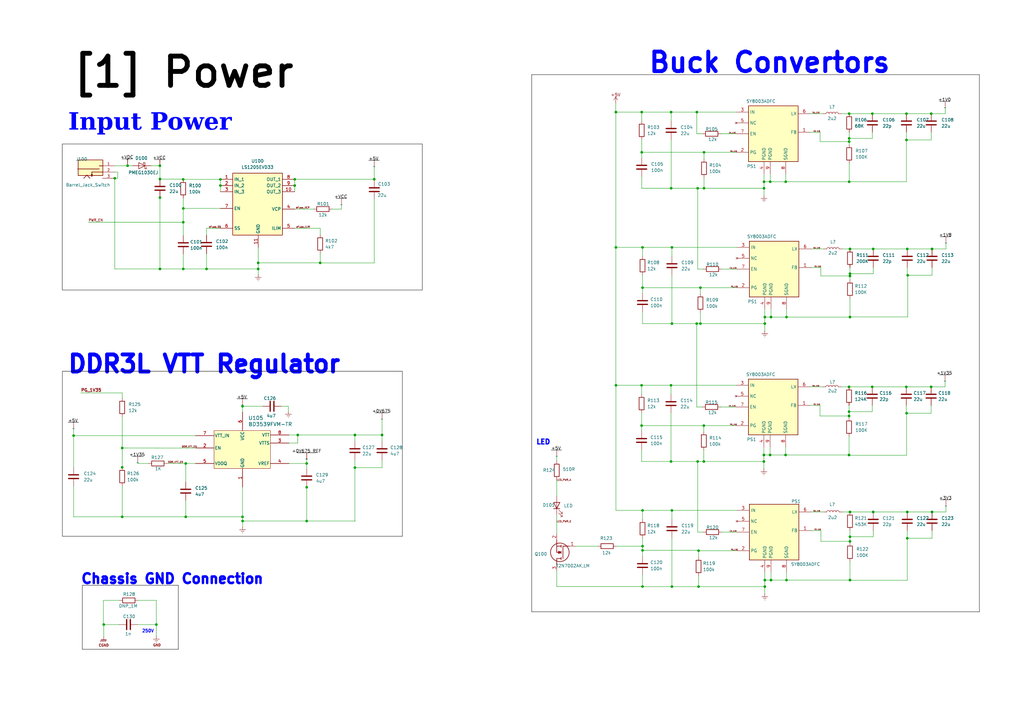
<source format=kicad_sch>
(kicad_sch (version 20230121) (generator eeschema)
  (paper "A3")
  (title_block (title "[1] Power"))
  (junction (at 316.23 130.048))
  (junction (at 313.309 186.6138))
  (junction (at 47.0662 73.1266))
  (junction (at 263.1948 45.974))
  (junction (at 372.1354 220.7768))
  (junction (at 348.234 170.6118))
  (junction (at 372.2878 112.903))
  (junction (at 357.759 158.6738))
  (junction (at 65.6082 73.4314))
  (junction (at 382.27 102.108))
  (junction (at 313.69 237.9218))
  (junction (at 65.5828 67.9704))
  (junction (at 275.59 101.473))
  (junction (at 75.184 85.4964))
  (junction (at 371.8306 169.4688))
  (junction (at 65.6082 81.0514))
  (junction (at 322.58 130.048))
  (junction (at 381.9398 46.609))
  (junction (at 348.615 113.1824))
  (junction (at 348.615 220.1418))
  (junction (at 358.14 102.108))
  (junction (at 348.2848 46.609))
  (junction (at 65.6082 110.3122))
  (junction (at 263.525 224.0026))
  (junction (at 275.59 132.715))
  (junction (at 288.7472 77.216))
  (junction (at 315.8998 74.549))
  (junction (at 275.59 240.5888))
  (junction (at 30.1752 178.6636))
  (junction (at 75.1332 73.5838))
  (junction (at 263.525 240.5634))
  (junction (at 105.8926 107.823))
  (junction (at 313.309 189.2808))
  (junction (at 285.8008 45.974))
  (junction (at 145.5674 191.7954))
  (junction (at 125.7808 190.0936))
  (junction (at 76.1746 190.0936))
  (junction (at 382.27 209.9818))
  (junction (at 275.59 209.3468))
  (junction (at 156.6926 178.4096))
  (junction (at 348.615 130.048))
  (junction (at 76.1746 211.9884))
  (junction (at 348.615 209.9818))
  (junction (at 285.75 132.715))
  (junction (at 348.615 102.108))
  (junction (at 322.2498 74.549))
  (junction (at 99.4918 213.6902))
  (junction (at 75.184 110.3122))
  (junction (at 371.729 158.6738))
  (junction (at 42.545 256.159))
  (junction (at 322.58 237.9218))
  (junction (at 75.184 91.1352))
  (junction (at 286.131 77.216))
  (junction (at 131.318 107.823))
  (junction (at 153.5176 73.5076))
  (junction (at 358.14 209.9818))
  (junction (at 263.144 174.5488))
  (junction (at 287.274 117.983))
  (junction (at 288.7472 62.484))
  (junction (at 313.3598 77.216))
  (junction (at 252.603 101.473))
  (junction (at 145.5674 178.4096))
  (junction (at 275.2598 45.974))
  (junction (at 313.69 132.715))
  (junction (at 287.274 132.715))
  (junction (at 313.69 240.5888))
  (junction (at 263.144 158.0388))
  (junction (at 348.615 112.2426))
  (junction (at 315.849 186.6138))
  (junction (at 50.1142 191.6684))
  (junction (at 372.11 209.9818))
  (junction (at 348.234 158.6738))
  (junction (at 286.512 225.8568))
  (junction (at 316.23 237.9218))
  (junction (at 371.7798 57.404))
  (junction (at 52.324 67.9704))
  (junction (at 275.2598 77.216))
  (junction (at 263.525 225.7298))
  (junction (at 348.615 222.0468))
  (junction (at 288.671 174.5488))
  (junction (at 50.1142 211.9884))
  (junction (at 286.512 240.5888))
  (junction (at 84.709 110.3122))
  (junction (at 313.69 130.048))
  (junction (at 105.8926 110.3122))
  (junction (at 348.234 168.8338))
  (junction (at 348.2848 58.0644))
  (junction (at 275.209 158.0388))
  (junction (at 275.209 189.2808))
  (junction (at 252.603 45.974))
  (junction (at 252.6284 158.0388))
  (junction (at 120.8786 76.0984))
  (junction (at 288.671 189.2808))
  (junction (at 125.7808 213.6902))
  (junction (at 357.8098 46.609))
  (junction (at 372.11 102.108))
  (junction (at 64.135 256.159))
  (junction (at 322.199 186.6138))
  (junction (at 125.7808 199.8472))
  (junction (at 99.4664 166.624))
  (junction (at 286.131 189.2808))
  (junction (at 348.2848 74.549))
  (junction (at 348.234 186.6138))
  (junction (at 263.525 101.473))
  (junction (at 381.889 158.6738))
  (junction (at 348.615 237.9218))
  (junction (at 348.2848 56.769))
  (junction (at 90.3986 73.5838))
  (junction (at 120.8786 73.5584))
  (junction (at 263.525 117.983))
  (junction (at 371.7798 46.609))
  (junction (at 90.3986 76.0984))
  (junction (at 50.1142 183.7436))
  (junction (at 99.4664 211.9884))
  (junction (at 263.525 209.3468))
  (junction (at 313.3598 74.549))
  (junction (at 263.1948 62.484))
  (junction (at 122.1232 178.4096))
  (wire (pts (xy 358.14 217.6018) (xy 358.14 220.1418)))
  (wire (pts (xy 75.184 91.1352) (xy 75.184 85.4964)))
  (wire (pts (xy 371.8306 186.69) (xy 348.3356 186.69)))
  (wire (pts (xy 90.3986 85.4964) (xy 75.184 85.4964)))
  (wire (pts (xy 288.671 174.5488) (xy 288.671 177.0634)))
  (wire (pts (xy 64.135 260.858) (xy 64.135 256.159)))
  (wire (pts (xy 348.615 220.1418) (xy 358.14 220.1418)))
  (wire (pts (xy 372.11 112.903) (xy 372.2878 112.903)))
  (wire (pts (xy 145.5674 191.7954) (xy 145.5674 188.6204)))
  (wire (pts (xy 288.417 218.2368) (xy 286.131 218.2368)))
  (wire (pts (xy 357.759 166.2938) (xy 357.759 168.8338)))
  (wire (pts (xy 357.8098 54.229) (xy 357.8098 56.769)))
  (wire (pts (xy 336.3214 166.2938) (xy 336.3214 170.6118)))
  (wire (pts (xy 125.7808 213.6902) (xy 99.4918 213.6902)))
  (wire (pts (xy 332.4098 54.229) (xy 336.3468 54.229)))
  (wire (pts (xy 316.23 127) (xy 316.23 130.048)))
  (wire (pts (xy 313.69 132.715) (xy 313.69 135.636)))
  (wire (pts (xy 348.615 209.9818) (xy 358.14 209.9818)))
  (wire (pts (xy 348.615 109.728) (xy 348.615 112.2426)))
  (wire (pts (xy 348.615 102.108) (xy 358.14 102.108)))
  (wire (pts (xy 131.4196 107.8484) (xy 131.4196 107.823)))
  (wire (pts (xy 372.11 209.9818) (xy 382.27 209.9818)))
  (wire (pts (xy 156.6926 178.4096) (xy 156.6926 181.0258)))
  (wire (pts (xy 131.4196 107.8484) (xy 153.5176 107.8484)))
  (wire (pts (xy 145.5674 178.4096) (xy 156.6926 178.4096)))
  (wire (pts (xy 131.318 107.823) (xy 131.318 104.521)))
  (wire (pts (xy 84.709 104.0638) (xy 84.709 110.3122)))
  (wire (pts (xy 348.615 113.1824) (xy 348.615 114.808)))
  (wire (pts (xy 372.11 217.6018) (xy 372.11 220.7768)))
  (wire (pts (xy 263.144 169.3418) (xy 263.144 174.5488)))
  (wire (pts (xy 42.418 256.159) (xy 42.545 256.159)))
  (wire (pts (xy 131.318 104.4956) (xy 131.318 103.8606)))
  (wire (pts (xy 99.4918 211.9884) (xy 99.4918 213.6902)))
  (wire (pts (xy 313.69 130.048) (xy 313.69 132.715)))
  (wire (pts (xy 30.1752 211.9884) (xy 50.1142 211.9884)))
  (wire (pts (xy 56.515 256.159) (xy 64.135 256.159)))
  (wire (pts (xy 336.677 113.1824) (xy 348.615 113.1824)))
  (wire (pts (xy 263.144 184.4548) (xy 263.144 189.2808)))
  (wire (pts (xy 288.7472 77.216) (xy 313.3598 77.216)))
  (wire (pts (xy 286.512 225.8568) (xy 286.512 228.5238)))
  (wire (pts (xy 99.4664 166.624) (xy 107.7722 166.624)))
  (wire (pts (xy 313.69 130.048) (xy 316.23 130.048)))
  (wire (pts (xy 131.318 104.521) (xy 131.2926 104.521)))
  (wire (pts (xy 64.135 246.253) (xy 64.135 256.159)))
  (wire (pts (xy 275.2598 45.974) (xy 285.8008 45.974)))
  (wire (pts (xy 125.7808 190.0936) (xy 125.7808 192.2272)))
  (wire (pts (xy 345.44 102.108) (xy 348.615 102.108)))
  (wire (pts (xy 313.3598 71.501) (xy 313.3598 74.549)))
  (wire (pts (xy 387.985 99.6442) (xy 387.985 102.108)))
  (wire (pts (xy 372.1354 220.7768) (xy 372.1354 237.998)))
  (wire (pts (xy 372.11 102.108) (xy 382.27 102.108)))
  (wire (pts (xy 252.6284 158.0388) (xy 263.144 158.0388)))
  (wire (pts (xy 145.5928 213.6902) (xy 125.7808 213.6902)))
  (wire (pts (xy 286.512 225.7298) (xy 286.512 225.8568)))
  (wire (pts (xy 76.1746 190.0936) (xy 76.1746 197.6374)))
  (wire (pts (xy 105.8926 107.823) (xy 105.8926 110.3122)))
  (wire (pts (xy 315.849 186.6138) (xy 322.199 186.6138)))
  (wire (pts (xy 84.709 93.6244) (xy 90.3986 93.6244)))
  (wire (pts (xy 145.5674 178.4096) (xy 145.5674 181.0004)))
  (wire (pts (xy 275.59 220.6498) (xy 275.59 240.5888)))
  (wire (pts (xy 228.346 203.5302) (xy 228.346 196.723)))
  (wire (pts (xy 252.603 45.974) (xy 263.1948 45.974)))
  (wire (pts (xy 252.603 158.0388) (xy 252.6284 158.0388)))
  (wire (pts (xy 235.966 224.0026) (xy 245.1862 224.0026)))
  (wire (pts (xy 348.615 237.9218) (xy 322.58 237.9218)))
  (wire (pts (xy 263.525 112.776) (xy 263.525 117.983)))
  (wire (pts (xy 313.309 186.6138) (xy 313.309 189.2808)))
  (wire (pts (xy 252.8062 224.0026) (xy 263.525 224.0026)))
  (wire (pts (xy 322.199 183.4388) (xy 322.199 186.6138)))
  (wire (pts (xy 285.8008 45.974) (xy 301.9298 45.974)))
  (wire (pts (xy 49.022 246.253) (xy 42.418 246.253)))
  (wire (pts (xy 75.184 110.3122) (xy 84.709 110.3122)))
  (wire (pts (xy 345.1098 46.609) (xy 348.2848 46.609)))
  (wire (pts (xy 263.144 174.5488) (xy 288.671 174.5488)))
  (wire (pts (xy 131.318 93.6244) (xy 120.8786 93.6244)))
  (wire (pts (xy 263.525 224.0026) (xy 263.525 225.7298)))
  (wire (pts (xy 252.603 101.473) (xy 252.603 158.0388)))
  (wire (pts (xy 358.14 109.728) (xy 358.14 112.2426)))
  (wire (pts (xy 263.525 240.5634) (xy 263.525 240.5888)))
  (wire (pts (xy 285.8008 45.974) (xy 285.8008 54.864)))
  (wire (pts (xy 348.3356 186.6138) (xy 348.234 186.6138)))
  (wire (pts (xy 65.6082 73.4314) (xy 65.6082 73.4568)))
  (wire (pts (xy 381.889 169.4688) (xy 371.8306 169.4688)))
  (wire (pts (xy 65.6082 81.0514) (xy 65.6082 110.3122)))
  (wire (pts (xy 348.615 230.3018) (xy 348.615 237.9218)))
  (wire (pts (xy 286.131 189.2808) (xy 286.131 218.2368)))
  (wire (pts (xy 348.234 158.6738) (xy 357.759 158.6738)))
  (wire (pts (xy 60.9346 190.0936) (xy 56.4896 190.0936)))
  (wire (pts (xy 145.5928 213.6648) (xy 145.5674 213.6648)))
  (wire (pts (xy 372.2878 112.903) (xy 372.2878 129.9972)))
  (wire (pts (xy 263.525 225.7298) (xy 286.512 225.7298)))
  (wire (pts (xy 286.131 77.216) (xy 288.7472 77.216)))
  (wire (pts (xy 50.1142 163.2966) (xy 50.1142 161.163)))
  (wire (pts (xy 263.525 213.0298) (xy 263.525 209.3468)))
  (wire (pts (xy 332.359 166.2938) (xy 336.3214 166.2938)))
  (wire (pts (xy 84.709 110.3122) (xy 105.8926 110.3122)))
  (wire (pts (xy 252.6284 209.3468) (xy 252.6284 158.0388)))
  (wire (pts (xy 65.6082 110.3122) (xy 75.184 110.3122)))
  (wire (pts (xy 131.318 96.2406) (xy 131.318 93.6244)))
  (wire (pts (xy 263.144 161.7218) (xy 263.144 158.0388)))
  (wire (pts (xy 120.8786 73.5584) (xy 120.8786 76.0984)))
  (wire (pts (xy 118.5164 178.4096) (xy 122.1232 178.4096)))
  (wire (pts (xy 348.3356 186.69) (xy 348.3356 186.6138)))
  (wire (pts (xy 120.8786 85.7504) (xy 128.6256 85.7504)))
  (wire (pts (xy 275.59 105.156) (xy 275.59 101.473)))
  (wire (pts (xy 47.0662 73.1266) (xy 48.2854 73.1266)))
  (wire (pts (xy 313.69 234.8738) (xy 313.69 237.9218)))
  (wire (pts (xy 287.274 132.715) (xy 313.69 132.715)))
  (wire (pts (xy 348.2848 56.769) (xy 357.8098 56.769)))
  (wire (pts (xy 357.759 158.6738) (xy 371.729 158.6738)))
  (wire (pts (xy 228.346 240.5634) (xy 263.525 240.5634)))
  (wire (pts (xy 263.144 158.0388) (xy 275.209 158.0388)))
  (wire (pts (xy 286.512 240.5888) (xy 313.69 240.5888)))
  (wire (pts (xy 348.234 168.8338) (xy 357.759 168.8338)))
  (wire (pts (xy 275.2598 77.216) (xy 286.131 77.216)))
  (wire (pts (xy 263.525 117.983) (xy 287.274 117.983)))
  (wire (pts (xy 348.615 220.1418) (xy 348.615 222.0468)))
  (wire (pts (xy 275.209 189.2808) (xy 263.144 189.2808)))
  (wire (pts (xy 50.1142 183.7436) (xy 50.1142 191.6684)))
  (wire (pts (xy 47.0662 110.3122) (xy 65.6082 110.3122)))
  (wire (pts (xy 372.1354 237.998) (xy 348.6404 237.998)))
  (wire (pts (xy 47.0662 70.5612) (xy 48.2854 70.5612)))
  (wire (pts (xy 252.603 45.974) (xy 252.603 101.473)))
  (wire (pts (xy 65.5828 67.9704) (xy 65.6082 67.9704)))
  (wire (pts (xy 295.7068 54.864) (xy 301.9298 54.864)))
  (wire (pts (xy 348.2848 56.769) (xy 348.2848 58.0644)))
  (wire (pts (xy 288.671 189.2808) (xy 313.309 189.2808)))
  (wire (pts (xy 316.23 234.8738) (xy 316.23 237.9218)))
  (wire (pts (xy 348.615 112.2426) (xy 358.14 112.2426)))
  (wire (pts (xy 313.3598 74.549) (xy 313.3598 77.216)))
  (wire (pts (xy 302.26 225.8568) (xy 286.512 225.8568)))
  (wire (pts (xy 285.75 132.715) (xy 285.75 166.9288)))
  (wire (pts (xy 56.642 246.253) (xy 64.135 246.253)))
  (wire (pts (xy 105.8926 101.4984) (xy 105.8926 107.823)))
  (wire (pts (xy 275.209 158.0388) (xy 301.879 158.0388)))
  (wire (pts (xy 336.677 109.728) (xy 336.677 113.1824)))
  (wire (pts (xy 348.234 186.6138) (xy 322.199 186.6138)))
  (wire (pts (xy 313.69 237.9218) (xy 316.23 237.9218)))
  (wire (pts (xy 122.1232 181.7116) (xy 122.1232 178.4096)))
  (wire (pts (xy 371.8306 169.4688) (xy 371.8306 186.69)))
  (wire (pts (xy 47.0662 73.1266) (xy 47.0662 110.3122)))
  (wire (pts (xy 371.7798 46.609) (xy 381.9398 46.609)))
  (wire (pts (xy 36.2458 91.1352) (xy 75.184 91.1352)))
  (wire (pts (xy 348.2848 54.229) (xy 348.2848 56.769)))
  (wire (pts (xy 287.274 117.983) (xy 302.26 117.983)))
  (wire (pts (xy 76.1746 211.9884) (xy 99.4664 211.9884)))
  (wire (pts (xy 372.1354 220.7768) (xy 372.11 220.7768)))
  (wire (pts (xy 156.6926 171.8818) (xy 156.6926 178.4096)))
  (wire (pts (xy 61.976 67.9704) (xy 65.5828 67.9704)))
  (wire (pts (xy 313.309 186.6138) (xy 315.849 186.6138)))
  (wire (pts (xy 332.74 109.728) (xy 336.677 109.728)))
  (wire (pts (xy 50.1142 183.7436) (xy 74.4474 183.769)))
  (wire (pts (xy 275.59 213.0298) (xy 275.59 209.3468)))
  (wire (pts (xy 348.6404 237.9218) (xy 348.615 237.9218)))
  (wire (pts (xy 30.1752 178.6636) (xy 30.1752 175.768)))
  (wire (pts (xy 332.74 217.6018) (xy 336.7024 217.6018)))
  (wire (pts (xy 275.59 132.715) (xy 263.525 132.715)))
  (wire (pts (xy 76.1746 205.2574) (xy 76.1746 211.9884)))
  (wire (pts (xy 263.1948 57.277) (xy 263.1948 62.484)))
  (wire (pts (xy 288.0868 54.864) (xy 285.8008 54.864)))
  (wire (pts (xy 348.2848 74.5744) (xy 348.2848 74.549)))
  (wire (pts (xy 120.8786 73.5076) (xy 153.5176 73.5076)))
  (wire (pts (xy 263.525 228.1428) (xy 263.525 225.7298)))
  (wire (pts (xy 52.324 67.9704) (xy 54.356 67.9704)))
  (wire (pts (xy 99.4918 213.6902) (xy 99.4918 216.027)))
  (wire (pts (xy 322.58 234.7468) (xy 322.58 237.9218)))
  (wire (pts (xy 122.1232 178.4096) (xy 145.5674 178.4096)))
  (wire (pts (xy 288.7472 62.484) (xy 288.7472 65.2272)))
  (wire (pts (xy 288.417 110.363) (xy 286.131 110.363)))
  (wire (pts (xy 42.545 256.159) (xy 48.895 256.159)))
  (wire (pts (xy 228.346 234.1626) (xy 228.346 240.5634)))
  (wire (pts (xy 131.4196 107.823) (xy 131.318 107.823)))
  (wire (pts (xy 52.324 68.0212) (xy 52.324 67.9704)))
  (wire (pts (xy 358.14 102.108) (xy 372.11 102.108)))
  (wire (pts (xy 286.131 77.216) (xy 286.131 110.363)))
  (wire (pts (xy 275.209 169.3418) (xy 275.209 189.2808)))
  (wire (pts (xy 90.3986 73.5838) (xy 90.3986 73.5584)))
  (wire (pts (xy 316.23 130.048) (xy 322.58 130.048)))
  (wire (pts (xy 348.7928 129.9972) (xy 348.7928 130.048)))
  (wire (pts (xy 315.849 183.5658) (xy 315.849 186.6138)))
  (wire (pts (xy 65.6336 73.4568) (xy 75.1332 73.4568)))
  (wire (pts (xy 84.709 96.4438) (xy 84.709 93.6244)))
  (wire (pts (xy 371.729 158.6738) (xy 381.889 158.6738)))
  (wire (pts (xy 382.27 112.903) (xy 372.2878 112.903)))
  (wire (pts (xy 285.75 132.715) (xy 287.274 132.715)))
  (wire (pts (xy 80.1624 190.0936) (xy 76.1746 190.0936)))
  (wire (pts (xy 382.27 217.6018) (xy 382.27 220.7768)))
  (wire (pts (xy 275.209 161.7218) (xy 275.209 158.0388)))
  (wire (pts (xy 348.6404 237.998) (xy 348.6404 237.9218)))
  (wire (pts (xy 118.5164 181.7116) (xy 122.1232 181.7116)))
  (wire (pts (xy 371.7798 74.5744) (xy 348.2848 74.5744)))
  (wire (pts (xy 99.4664 166.0652) (xy 99.4664 166.624)))
  (wire (pts (xy 381.9398 57.404) (xy 371.7798 57.404)))
  (wire (pts (xy 348.234 170.6118) (xy 348.234 171.3738)))
  (wire (pts (xy 371.8306 169.4688) (xy 371.729 169.4688)))
  (wire (pts (xy 120.8786 76.0984) (xy 120.8786 78.6384)))
  (wire (pts (xy 372.11 109.728) (xy 372.11 112.903)))
  (wire (pts (xy 263.525 209.3468) (xy 275.59 209.3468)))
  (wire (pts (xy 301.879 174.5488) (xy 288.671 174.5488)))
  (wire (pts (xy 75.1332 73.5838) (xy 90.3986 73.5838)))
  (wire (pts (xy 252.603 101.473) (xy 263.525 101.473)))
  (wire (pts (xy 131.2926 104.4956) (xy 131.2926 104.521)))
  (wire (pts (xy 348.615 112.2426) (xy 348.615 113.1824)))
  (wire (pts (xy 348.234 168.8338) (xy 348.234 170.6118)))
  (wire (pts (xy 348.234 166.2938) (xy 348.234 168.8338)))
  (wire (pts (xy 275.59 132.715) (xy 285.75 132.715)))
  (wire (pts (xy 332.74 102.108) (xy 337.82 102.108)))
  (wire (pts (xy 263.525 127.889) (xy 263.525 132.715)))
  (wire (pts (xy 263.1948 45.974) (xy 275.2598 45.974)))
  (wire (pts (xy 313.3598 74.549) (xy 315.8998 74.549)))
  (wire (pts (xy 263.525 101.473) (xy 275.59 101.473)))
  (wire (pts (xy 30.1752 191.6938) (xy 30.1752 178.6636)))
  (wire (pts (xy 296.037 110.363) (xy 302.26 110.363)))
  (wire (pts (xy 313.309 183.5658) (xy 313.309 186.6138)))
  (wire (pts (xy 90.3986 76.0984) (xy 90.3986 78.6384)))
  (wire (pts (xy 348.615 130.048) (xy 322.58 130.048)))
  (wire (pts (xy 90.3986 73.5838) (xy 90.3986 76.0984)))
  (wire (pts (xy 50.1142 170.9166) (xy 50.1142 183.7436)))
  (wire (pts (xy 288.7472 72.8472) (xy 288.7472 77.216)))
  (wire (pts (xy 275.59 240.5888) (xy 263.525 240.5888)))
  (wire (pts (xy 288.7472 62.484) (xy 301.9298 62.484)))
  (wire (pts (xy 336.3468 58.0644) (xy 348.2848 58.0644)))
  (wire (pts (xy 387.604 158.6738) (xy 381.889 158.6738)))
  (wire (pts (xy 313.69 127) (xy 313.69 130.048)))
  (wire (pts (xy 30.1752 178.6636) (xy 80.1624 178.6636)))
  (wire (pts (xy 288.671 184.6834) (xy 288.671 189.2808)))
  (wire (pts (xy 30.1752 199.3138) (xy 30.1752 211.9884)))
  (wire (pts (xy 315.8998 71.501) (xy 315.8998 74.549)))
  (wire (pts (xy 275.59 101.473) (xy 302.26 101.473)))
  (wire (pts (xy 275.2598 77.216) (xy 263.1948 77.216)))
  (wire (pts (xy 118.5164 190.0936) (xy 125.7808 190.0936)))
  (wire (pts (xy 252.5268 42.291) (xy 252.5268 45.974)))
  (wire (pts (xy 336.7024 217.6018) (xy 336.7024 222.0468)))
  (wire (pts (xy 75.1332 73.4568) (xy 75.1332 73.5838)))
  (wire (pts (xy 275.2598 49.657) (xy 275.2598 45.974)))
  (wire (pts (xy 313.69 237.9218) (xy 313.69 240.5888)))
  (wire (pts (xy 348.2848 58.0644) (xy 348.2848 59.309)))
  (wire (pts (xy 381.9398 54.229) (xy 381.9398 57.404)))
  (wire (pts (xy 357.8098 46.609) (xy 371.7798 46.609)))
  (wire (pts (xy 115.3922 166.624) (xy 118.2878 166.624)))
  (wire (pts (xy 288.036 166.9288) (xy 285.75 166.9288)))
  (wire (pts (xy 382.27 109.728) (xy 382.27 112.903)))
  (wire (pts (xy 387.6548 46.609) (xy 381.9398 46.609)))
  (wire (pts (xy 295.656 166.9288) (xy 301.879 166.9288)))
  (wire (pts (xy 131.318 107.823) (xy 105.8926 107.823)))
  (wire (pts (xy 287.274 117.983) (xy 287.274 120.4976)))
  (wire (pts (xy 118.2878 166.624) (xy 118.2878 168.656)))
  (wire (pts (xy 371.729 166.2938) (xy 371.729 169.4688)))
  (wire (pts (xy 120.8786 73.5076) (xy 120.8786 73.5584)))
  (wire (pts (xy 345.059 158.6738) (xy 348.234 158.6738)))
  (wire (pts (xy 48.2854 70.5612) (xy 48.2854 73.1266)))
  (wire (pts (xy 140.0556 85.7504) (xy 136.2456 85.7504)))
  (wire (pts (xy 348.2848 66.929) (xy 348.2848 74.549)))
  (wire (pts (xy 52.324 67.9704) (xy 52.324 67.7164)))
  (wire (pts (xy 156.6926 191.7954) (xy 145.5674 191.7954)))
  (wire (pts (xy 252.6284 209.3468) (xy 263.525 209.3468)))
  (wire (pts (xy 228.346 187.1218) (xy 228.346 189.103)))
  (wire (pts (xy 65.6082 67.9704) (xy 65.6082 73.4314)))
  (wire (pts (xy 358.14 209.9818) (xy 372.11 209.9818)))
  (wire (pts (xy 382.27 220.7768) (xy 372.1354 220.7768)))
  (wire (pts (xy 263.1948 62.484) (xy 263.1948 64.77)))
  (wire (pts (xy 56.4896 189.738) (xy 56.4896 190.0936)))
  (wire (pts (xy 371.7798 57.404) (xy 371.7798 74.5744)))
  (wire (pts (xy 371.7798 54.229) (xy 371.7798 57.404)))
  (wire (pts (xy 42.545 261.112) (xy 42.545 256.159)))
  (wire (pts (xy 263.1948 62.484) (xy 288.7472 62.484)))
  (wire (pts (xy 76.1746 190.0936) (xy 68.5546 190.0936)))
  (wire (pts (xy 153.5176 107.8484) (xy 153.5176 81.6102)))
  (wire (pts (xy 332.359 158.6738) (xy 337.439 158.6738)))
  (wire (pts (xy 313.3598 77.216) (xy 313.3598 80.137)))
  (wire (pts (xy 140.0556 83.9216) (xy 140.0556 85.7504)))
  (wire (pts (xy 153.5176 68.3006) (xy 153.5176 73.5076)))
  (wire (pts (xy 382.27 102.108) (xy 387.985 102.108)))
  (wire (pts (xy 47.0662 68.0212) (xy 52.324 68.0212)))
  (wire (pts (xy 263.144 176.8348) (xy 263.144 174.5488)))
  (wire (pts (xy 263.525 235.7628) (xy 263.525 240.5634)))
  (wire (pts (xy 275.59 209.3468) (xy 302.26 209.3468)))
  (wire (pts (xy 336.3468 54.229) (xy 336.3468 58.0644)))
  (wire (pts (xy 322.2498 71.374) (xy 322.2498 74.549)))
  (wire (pts (xy 50.1142 199.2884) (xy 50.1142 211.9884)))
  (wire (pts (xy 74.4474 183.769) (xy 80.1624 183.7436)))
  (wire (pts (xy 372.2878 129.9972) (xy 348.7928 129.9972)))
  (wire (pts (xy 286.512 240.5888) (xy 275.59 240.5888)))
  (wire (pts (xy 125.7808 188.2394) (xy 125.7808 190.0936)))
  (wire (pts (xy 296.037 218.2368) (xy 302.26 218.2368)))
  (wire (pts (xy 263.1948 49.657) (xy 263.1948 45.974)))
  (wire (pts (xy 65.6082 81.026) (xy 65.6082 81.0514)))
  (wire (pts (xy 387.985 209.9818) (xy 382.27 209.9818)))
  (wire (pts (xy 75.184 85.4964) (xy 75.1332 85.4964)))
  (wire (pts (xy 286.512 236.1438) (xy 286.512 240.5888)))
  (wire (pts (xy 287.274 128.1176) (xy 287.274 132.715)))
  (wire (pts (xy 153.5176 73.5076) (xy 153.5176 73.9902)))
  (wire (pts (xy 275.59 112.776) (xy 275.59 132.715)))
  (wire (pts (xy 332.4098 46.609) (xy 337.4898 46.609)))
  (wire (pts (xy 332.74 209.9818) (xy 337.82 209.9818)))
  (wire (pts (xy 99.4664 166.624) (xy 99.4664 169.0116)))
  (wire (pts (xy 348.2848 46.609) (xy 357.8098 46.609)))
  (wire (pts (xy 50.1142 211.9884) (xy 76.1746 211.9884)))
  (wire (pts (xy 387.6548 44.1452) (xy 387.6548 46.609)))
  (wire (pts (xy 348.7928 130.048) (xy 348.615 130.048)))
  (wire (pts (xy 286.131 189.2808) (xy 288.671 189.2808)))
  (wire (pts (xy 75.1332 81.2038) (xy 75.1332 85.4964)))
  (wire (pts (xy 322.58 126.873) (xy 322.58 130.048)))
  (wire (pts (xy 33.147 161.163) (xy 50.1142 161.163)))
  (wire (pts (xy 313.309 189.2808) (xy 313.309 192.2018)))
  (wire (pts (xy 228.346 211.1502) (xy 228.346 218.9226)))
  (wire (pts (xy 99.4918 211.9884) (xy 99.4664 211.9884)))
  (wire (pts (xy 348.615 217.6018) (xy 348.615 220.1418)))
  (wire (pts (xy 145.5674 213.6648) (xy 145.5674 191.7954)))
  (wire (pts (xy 145.5928 213.6648) (xy 145.5928 213.6902)))
  (wire (pts (xy 156.6926 188.6458) (xy 156.6926 191.7954)))
  (wire (pts (xy 381.889 166.2938) (xy 381.889 169.4688)))
  (wire (pts (xy 263.1948 72.39) (xy 263.1948 77.216)))
  (wire (pts (xy 75.184 96.5454) (xy 75.184 91.1352)))
  (wire (pts (xy 348.234 178.9938) (xy 348.234 186.6138)))
  (wire (pts (xy 315.8998 74.549) (xy 322.2498 74.549)))
  (wire (pts (xy 336.3214 170.6118) (xy 348.234 170.6118)))
  (wire (pts (xy 125.7808 199.8472) (xy 125.7808 213.6902)))
  (wire (pts (xy 348.615 122.428) (xy 348.615 130.048)))
  (wire (pts (xy 348.615 222.0468) (xy 348.615 222.6818)))
  (wire (pts (xy 387.604 156.2862) (xy 387.604 158.6738)))
  (wire (pts (xy 316.23 237.9218) (xy 322.58 237.9218)))
  (wire (pts (xy 345.44 209.9818) (xy 348.615 209.9818)))
  (wire (pts (xy 47.0662 73.1012) (xy 47.0662 73.1266)))
  (wire (pts (xy 125.7808 199.8218) (xy 125.7808 199.8472)))
  (wire (pts (xy 348.2848 74.549) (xy 322.2498 74.549)))
  (wire (pts (xy 275.209 189.2808) (xy 286.131 189.2808)))
  (wire (pts (xy 105.8926 110.3122) (xy 105.8926 112.522)))
  (wire (pts (xy 263.525 105.156) (xy 263.525 101.473)))
  (wire (pts (xy 387.985 207.518) (xy 387.985 209.9818)))
  (wire (pts (xy 313.69 240.5888) (xy 313.69 243.5098)))
  (wire (pts (xy 50.1142 191.6684) (xy 50.1142 191.7446)))
  (wire (pts (xy 99.4664 199.7456) (xy 99.4664 211.9884)))
  (wire (pts (xy 42.418 246.253) (xy 42.418 256.159)))
  (wire (pts (xy 75.184 104.1654) (xy 75.184 110.3122)))
  (wire (pts (xy 263.525 117.983) (xy 263.525 120.269)))
  (wire (pts (xy 263.525 220.6498) (xy 263.525 224.0026)))
  (wire (pts (xy 336.7024 222.0468) (xy 348.615 222.0468)))
  (wire (pts (xy 275.2598 57.277) (xy 275.2598 77.216)))
  (wire (pts (xy 252.5268 45.974) (xy 252.603 45.974)))
  (wire (pts (xy 131.2926 104.4956) (xy 131.318 104.4956)))
  (rectangle (start 25.6032 152.273) (end 165.0492 219.964) (stroke (width 0) (color 0 0 0 1)))
  (rectangle (start 33.782 240.03) (end 73.152 266.319) (stroke (width 0) (color 0 0 0 1)))
  (rectangle (start 218.059 30.607) (end 401.701 250.952) (stroke (width 0) (color 0 0 0 1)))
  (rectangle (start 25.5524 59.055) (end 173.228 118.9482) (stroke (width 0) (color 0 0 0 1)))
  (text "CGND" (at 40.386 265.4808 0) (effects (font (size 1 1) (thickness 0.2) bold) (justify left bottom)))
  (text "GND" (at 62.7126 265.4046 0) (effects (font (size 1 1) (thickness 0.2) bold) (justify left bottom)))
  (text "Input Power" (at 27.9654 56.4134 0) (effects (font (size 7 7) (thickness 1.6) bold) (justify left bottom)))
  (text "250V" (at 58.1914 259.6896 0) (effects (font (size 1.27 1.27) (thickness 0.254) bold) (justify left bottom)))
  (text "Chassis GND Connection" (at 32.8676 239.903 0) (effects (font (size 4 4) (thickness 1.6) bold) (justify left bottom)))
  (text "LED" (at 219.7862 182.6006 0) (effects (font (size 2 2) (thickness 1.6) bold) (justify left bottom)))
  (text "Buck Convertors" (at 265.43 30.48 0) (effects (font (size 8 8) (thickness 1.6) bold) (justify left bottom)))
  (text "DDR3L VTT Regulator" (at 27.2034 153.5684 0) (effects (font (size 7 7) (thickness 1.6) bold) (justify left bottom)))
  (text "[1] Power" (at 29.21 36.83 0) (effects (font (size 12 12) (thickness 2) bold) (justify left bottom)))
  (label "FB 1V0" (at 333.883 109.728 0) (effects (font (size 0.5 0.5))))
  (label "EN_1V0" (at 299.212 218.2368 0) (effects (font (size 0.5 0.5))))
  (label "PG_1V0" (at 299.339 174.5488 0) (effects (font (size 0.5 0.5))))
  (label "SW_1V0" (at 333.121 158.6738 0) (effects (font (size 0.5 0.5))))
  (label "SW_1V0" (at 333.502 102.108 0) (effects (font (size 0.5 0.5))))
  (label "SW_1V0" (at 333.502 209.9818 0) (effects (font (size 0.5 0.5))))
  (label "DDR_VTT_EN" (at 74.4474 183.769 0) (effects (font (size 0.7 0.7))))
  (label "EN_1V0" (at 298.8818 54.864 0) (effects (font (size 0.5 0.5))))
  (label "FB 1V0" (at 333.883 217.6018 0) (effects (font (size 0.5 0.5))))
  (label "eFuse_VCP" (at 121.285 85.7504 0) (effects (font (size 0.7 0.7))))
  (label "EN_1V0" (at 299.212 110.363 0) (effects (font (size 0.5 0.5))))
  (label "EN_1V0" (at 298.831 166.9288 0) (effects (font (size 0.5 0.5))))
  (label "PG_1V0" (at 299.3898 62.484 0) (effects (font (size 0.5 0.5))))
  (label "eFuse_SS" (at 85.6488 93.6244 0) (effects (font (size 0.7 0.7))))
  (label "FB 1V0" (at 333.502 166.2938 0) (effects (font (size 0.5 0.5))))
  (label "LED_PWR_C" (at 228.346 214.4776 0) (effects (font (size 0.7 0.7) (thickness 0.14) bold)))
  (label "PG_1V35" (at 33.147 161.163 0) (effects (font bold)))
  (label "DDR_VTT_EN" (at 68.834 190.0936 0) (effects (font (size 0.7 0.7))))
  (label "SW_1V0" (at 333.1718 46.609 0) (effects (font (size 0.5 0.5))))
  (label "eFuse_ILIM" (at 121.4628 93.6244 0) (effects (font (size 0.7 0.7))))
  (label "PG_1V0" (at 299.72 225.8568 0) (effects (font (size 0.5 0.5))))
  (label "PWR_EN" (at 36.2458 91.1352 0) (effects (font (size 1 1))))
  (label "PG_1V0" (at 299.72 117.983 0) (effects (font (size 0.5 0.5))))
  (label "FB 1V0" (at 333.5528 54.229 0) (effects (font (size 0.5 0.5))))
  (label "LED_PWR_A" (at 228.346 197.4596 0) (effects (font (size 0.7 0.7) (thickness 0.14) bold)))
  (symbol (lib_id "Device:R") (at 263.1948 53.467 0) (unit 1)
    (property "Reference" "R103" (at 265.43 52.197 0) (effects (justify left)))
    (property "Value" "12k" (at 265.43 54.737 0) (effects (justify left)))
    (property "Footprint" "Resistor_SMD:R_0402_1005Metric" (effects hide))
  )
  (symbol (lib_id "Device:R") (at 291.846 166.9288 90) (unit 1)
    (property "Reference" "R115" (at 291.846 165.0238 90))
    (property "Value" "12k" (at 292.227 169.2148 90))
    (property "Footprint" "Resistor_SMD:R_0402_1005Metric" (effects hide))
  )
  (symbol (lib_id "Device:C") (at 382.27 213.7918 0) (unit 1)
    (property "Reference" "C123" (at 386.08 212.5218 0) (effects (justify left)))
    (property "Value" "22u" (at 386.08 215.0618 0) (effects (justify left)))
    (property "Footprint" "Capacitor_SMD:C_1210_3225Metric_Pad1.33x2.70mm_HandSolder" (effects hide))
  )
  (symbol (lib_id "power:Earth") (at 313.3598 80.137 0) (unit 1)
    (property "Reference" "#PWR04" (effects hide))
    (property "Value" "Earth" (effects hide))
  )
  (symbol (lib_id "SY8003ADFC:SY8003ADFC") (at 301.879 158.0388 0) (unit 1)
    (property "Reference" "PS1" (at 308.229 180.2638 0))
    (property "Value" "SY8003ADFC" (at 312.039 153.5938 0))
    (property "Footprint" "SON50:SON50P200X200X65-9N" (effects hide))
    (property "Datasheet" "https://datasheet.lcsc.com/lcsc/1808011444_Silergy-Corp-SY8003ADFC_C178236.pdf" (effects hide))
    (property "Height" "0.65" (effects hide))
    (property "Manufacturer_Name" "Silergy" (effects hide))
    (property "Manufacturer_Part_Number" "SY8003ADFC" (effects hide))
    (instances (project "MA_Inventtronics" (path "" (reference "PS1") (unit 1)) (path "" (reference "U103") (unit 1))))
  )
  (symbol (lib_id "Device:C") (at 275.2598 53.467 0) (unit 1)
    (property "Reference" "C104" (at 279.0698 52.197 0) (effects (justify left)))
    (property "Value" "22u" (at 279.0698 54.737 0) (effects (justify left)))
    (property "Footprint" "Capacitor_SMD:C_1210_3225Metric_Pad1.33x2.70mm_HandSolder" (effects hide))
  )
  (symbol (lib_id "Device:C") (at 371.7798 50.419 0) (unit 1)
    (property "Reference" "C107" (at 375.92 49.149 0) (effects (justify left)))
    (property "Value" "22u" (at 375.92 51.689 0) (effects (justify left)))
    (property "Footprint" "Capacitor_SMD:C_1210_3225Metric_Pad1.33x2.70mm_HandSolder" (effects hide))
  )
  (symbol (lib_id "Power_Library:+3V3") (at 387.985 207.518 0) (unit 1)
    (property "Reference" "#PWR12" (effects hide))
    (property "Value" "~" (at 387.985 207.518 0))
  )
  (symbol (lib_id "Device:R") (at 291.8968 54.864 90) (unit 1)
    (property "Reference" "R105" (at 291.8968 52.959 90))
    (property "Value" "12k" (at 292.2778 57.15 90))
    (property "Footprint" "Resistor_SMD:R_0402_1005Metric" (effects hide))
  )
  (symbol (lib_id "Device:R") (at 287.274 124.3076 0) (unit 1)
    (property "Reference" "R109" (at 289.56 123.0376 0) (effects (justify left)))
    (property "Value" "100k" (at 289.56 125.5776 0) (effects (justify left)))
    (property "Footprint" "Resistor_SMD:R_0402_1005Metric" (effects hide))
  )
  (symbol (lib_id "SY8003ADFC:SY8003ADFC") (at 302.26 101.473 0) (unit 1)
    (property "Reference" "PS1" (at 308.61 123.698 0))
    (property "Value" "SY8003ADFC" (at 312.42 97.028 0))
    (property "Footprint" "SON50:SON50P200X200X65-9N" (effects hide))
    (property "Datasheet" "https://datasheet.lcsc.com/lcsc/1808011444_Silergy-Corp-SY8003ADFC_C178236.pdf" (effects hide))
    (property "Height" "0.65" (effects hide))
    (property "Manufacturer_Name" "Silergy" (effects hide))
    (property "Manufacturer_Part_Number" "SY8003ADFC" (effects hide))
    (instances (project "MA_Inventtronics" (path "" (reference "PS1") (unit 1)) (path "" (reference "U102") (unit 1))))
  )
  (symbol (lib_id "power:Earth") (at 313.309 192.2018 0) (unit 1)
    (property "Reference" "#PWR08" (effects hide))
    (property "Value" "Earth" (effects hide))
  )
  (symbol (lib_id "Device:R") (at 248.9962 224.0026 90) (unit 1)
    (property "Reference" "R123" (at 248.666 220.7514 90))
    (property "Value" "12k" (at 248.793 226.7204 90))
    (property "Footprint" "Resistor_SMD:R_0402_1005Metric" (effects hide))
  )
  (symbol (lib_id "Device:C") (at 357.759 162.4838 0) (unit 1)
    (property "Reference" "C116" (at 360.68 161.2138 0) (effects (justify left)))
    (property "Value" "22p" (at 360.68 163.7538 0) (effects (justify left)))
    (property "Footprint" "Capacitor_SMD:C_0402_1005Metric" (effects hide))
  )
  (symbol (lib_id "SY8003ADFC:SY8003ADFC") (at 302.26 209.3468 0) (unit 1)
    (property "Reference" "PS1" (at 326.4662 205.6384 0))
    (property "Value" "SY8003ADFC" (at 330.4032 231.4194 0))
    (property "Footprint" "SON50:SON50P200X200X65-9N" (effects hide))
    (property "Datasheet" "https://datasheet.lcsc.com/lcsc/1808011444_Silergy-Corp-SY8003ADFC_C178236.pdf" (effects hide))
    (property "Height" "0.65" (effects hide))
    (property "Manufacturer_Name" "Silergy" (effects hide))
    (property "Manufacturer_Part_Number" "SY8003ADFC" (effects hide))
    (instances (project "MA_Inventtronics" (path "" (reference "PS1") (unit 1)) (path "" (reference "U104") (unit 1))))
  )
  (symbol (lib_id "Power_Library:+1V35") (at 387.604 156.2862 0) (unit 1)
    (property "Reference" "#PWR9" (effects hide))
    (property "Value" "~" (at 387.604 156.2862 0))
  )
  (symbol (lib_id "Device:R") (at 263.525 108.966 0) (unit 1)
    (property "Reference" "R108" (at 265.43 107.696 0) (effects (justify left)))
    (property "Value" "12k" (at 265.43 110.236 0) (effects (justify left)))
    (property "Footprint" "Resistor_SMD:R_0402_1005Metric" (effects hide))
  )
  (symbol (lib_id "Power_Library:+5V") (at 30.1752 175.768 0) (unit 1)
    (property "Reference" "#PWR22" (effects hide))
    (property "Value" "~" (at 30.1752 175.768 0))
  )
  (symbol (lib_id "power:Earth") (at 105.8926 112.522 0) (unit 1)
    (property "Reference" "#PWR013" (effects hide))
    (property "Value" "Earth" (effects hide))
  )
  (symbol (lib_id "Device:C") (at 263.525 231.9528 0) (unit 1)
    (property "Reference" "C120" (at 266.7 230.6828 0) (effects (justify left)))
    (property "Value" "100n" (at 266.7 233.2228 0) (effects (justify left)))
    (property "Footprint" "Capacitor_SMD:C_0402_1005Metric" (effects hide))
  )
  (symbol (lib_id "Power_Library:+VCC") (at 140.0556 83.9216 0) (unit 1)
    (property "Reference" "#PWR7" (effects hide))
    (property "Value" "~" (at 140.0556 83.9216 0))
  )
  (symbol (lib_id "Device:C") (at 275.59 108.966 0) (unit 1)
    (property "Reference" "C109" (at 279.4 107.696 0) (effects (justify left)))
    (property "Value" "22u" (at 279.4 110.236 0) (effects (justify left)))
    (property "Footprint" "Capacitor_SMD:C_1210_3225Metric_Pad1.33x2.70mm_HandSolder" (effects hide))
  )
  (symbol (lib_id "Device:R") (at 348.234 162.4838 0) (unit 1)
    (property "Reference" "R116" (at 350.52 161.2138 0) (effects (justify left)))
    (property "Value" "124K" (at 350.52 163.7538 0) (effects (justify left)))
    (property "Footprint" "Resistor_SMD:R_0402_1005Metric" (effects hide))
  )
  (symbol (lib_id "Power_Library:+VCC") (at 65.5828 67.9704 0) (unit 1)
    (property "Reference" "#PWR1" (effects hide))
    (property "Value" "~" (at 65.5828 67.9704 0))
  )
  (symbol (lib_id "Power_Library:+VDC") (at 52.324 65.4304 0) (unit 1)
    (property "Reference" "#PWR17" (effects hide))
    (property "Value" "~" (at 52.324 65.4304 0))
  )
  (symbol (lib_id "Device:C") (at 111.5822 166.624 90) (unit 1)
    (property "Reference" "C126" (at 113.2586 163.3474 90) (effects (justify left)))
    (property "Value" "4u7" (at 113.1316 170.5356 90) (effects (justify left)))
    (property "Footprint" "Capacitor_SMD:C_0402_1005Metric" (effects hide))
  )
  (symbol (lib_id "Device:C") (at 30.1752 195.5038 0) (unit 1)
    (property "Reference" "C124" (at 34.29 194.2338 0) (effects (justify left)))
    (property "Value" "22u" (at 34.29 196.7738 0) (effects (justify left)))
    (property "Footprint" "Capacitor_SMD:C_1210_3225Metric_Pad1.33x2.70mm_HandSolder" (effects hide))
  )
  (symbol (lib_id "Power_Library:+0V675_REF") (at 125.7808 188.2394 0) (unit 1)
    (property "Reference" "#PWR27" (effects hide))
    (property "Value" "~" (at 125.7808 188.2394 0))
  )
  (symbol (lib_id "Device:R") (at 348.615 213.7918 0) (unit 1)
    (property "Reference" "R121" (at 350.52 212.5218 0) (effects (justify left)))
    (property "Value" "453K" (at 350.52 215.0618 0) (effects (justify left)))
    (property "Footprint" "Resistor_SMD:R_0402_1005Metric" (effects hide))
  )
  (symbol (lib_id "Device:R") (at 286.512 232.3338 0) (unit 1)
    (property "Reference" "R119" (at 288.29 231.0638 0) (effects (justify left)))
    (property "Value" "100k" (at 288.29 233.6038 0) (effects (justify left)))
    (property "Footprint" "Resistor_SMD:R_0402_1005Metric" (effects hide))
  )
  (symbol (lib_id "Device:R") (at 64.7446 190.0936 90) (unit 1)
    (property "Reference" "R127" (at 64.516 187.6552 90))
    (property "Value" "1K" (at 64.8716 192.2272 90))
    (property "Footprint" "Resistor_SMD:R_0402_1005Metric" (effects hide))
  )
  (symbol (lib_id "Device:C") (at 358.14 105.918 0) (unit 1)
    (property "Reference" "C111" (at 361.95 104.648 0) (effects (justify left)))
    (property "Value" "22p" (at 361.95 107.188 0) (effects (justify left)))
    (property "Footprint" "Capacitor_SMD:C_0402_1005Metric" (effects hide))
  )
  (symbol (lib_id "Device:C") (at 382.27 105.918 0) (unit 1)
    (property "Reference" "C113" (at 386.08 104.648 0) (effects (justify left)))
    (property "Value" "22u" (at 386.08 107.188 0) (effects (justify left)))
    (property "Footprint" "Capacitor_SMD:C_1210_3225Metric_Pad1.33x2.70mm_HandSolder" (effects hide))
  )
  (symbol (lib_id "Device:R") (at 348.2848 50.419 0) (unit 1)
    (property "Reference" "R106" (at 350.52 49.149 0) (effects (justify left)))
    (property "Value" "68K" (at 350.52 51.689 0) (effects (justify left)))
    (property "Footprint" "Resistor_SMD:R_0402_1005Metric" (effects hide))
  )
  (symbol (lib_id "Device:R") (at 348.2848 63.119 0) (unit 1)
    (property "Reference" "R107" (at 350.8248 61.849 0) (effects (justify left)))
    (property "Value" "100K" (at 350.8248 64.389 0) (effects (justify left)))
    (property "Footprint" "Resistor_SMD:R_0402_1005Metric" (effects hide))
  )
  (symbol (lib_id "Device:C") (at 263.1948 68.58 0) (unit 1)
    (property "Reference" "C105" (at 267.0048 67.31 0) (effects (justify left)))
    (property "Value" "100n" (at 267.0048 69.85 0) (effects (justify left)))
    (property "Footprint" "Capacitor_SMD:C_0402_1005Metric" (effects hide))
  )
  (symbol (lib_id "Device:C") (at 357.8098 50.419 0) (unit 1)
    (property "Reference" "C106" (at 361.95 49.149 0) (effects (justify left)))
    (property "Value" "22p" (at 361.95 51.689 0) (effects (justify left)))
    (property "Footprint" "Capacitor_SMD:C_0402_1005Metric" (effects hide))
  )
  (symbol (lib_id "Power_Library:+5V") (at 153.5176 68.3006 0) (unit 1)
    (property "Reference" "#PWR10" (effects hide))
    (property "Value" "~" (at 153.5176 68.3006 0))
  )
  (symbol (lib_id "power:Earth") (at 64.135 260.858 0) (unit 1)
    (property "Reference" "#PWR015" (effects hide))
    (property "Value" "Earth" (effects hide))
  )
  (symbol (lib_id "power:Earth") (at 118.2878 168.656 0) (unit 1)
    (property "Reference" "#PWR026" (effects hide))
    (property "Value" "Earth" (effects hide))
  )
  (symbol (lib_id "Device:R") (at 52.832 246.253 90) (unit 1)
    (property "Reference" "R128" (at 52.959 243.713 90))
    (property "Value" "DNP_1M" (at 52.578 248.539 90))
    (property "Footprint" "Resistor_SMD:R_0402_1005Metric" (effects hide))
  )
  (symbol (lib_id "Device:LED") (at 228.346 207.3402 90) (unit 1)
    (property "Reference" "D101" (at 222.5294 207.1624 90) (effects (justify right)))
    (property "Value" "LED" (at 231.267 207.4164 90) (effects (justify right)))
    (property "Footprint" "LED_SMD:LED_0402_1005Metric_Pad0.77x0.64mm_HandSolder" (effects hide))
  )
  (symbol (lib_id "Device:R") (at 75.1332 77.3938 0) (unit 1)
    (property "Reference" "R100" (at 77.47 76.1238 0) (effects (justify left)))
    (property "Value" "100k" (at 77.47 78.6638 0) (effects (justify left)))
    (property "Footprint" "Resistor_SMD:R_0402_1005Metric" (effects hide))
  )
  (symbol (lib_id "Device:C") (at 65.6082 77.2414 0) (unit 1)
    (property "Reference" "C100" (at 69.4182 75.9714 0) (effects (justify left)))
    (property "Value" "22u" (at 69.4182 78.5114 0) (effects (justify left)))
    (property "Footprint" "Capacitor_SMD:C_1210_3225Metric_Pad1.33x2.70mm_HandSolder" (effects hide))
  )
  (symbol (lib_id "Device:C") (at 372.11 213.7918 0) (unit 1)
    (property "Reference" "C122" (at 375.92 212.5218 0) (effects (justify left)))
    (property "Value" "22u" (at 375.92 215.0618 0) (effects (justify left)))
    (property "Footprint" "Capacitor_SMD:C_1210_3225Metric_Pad1.33x2.70mm_HandSolder" (effects hide))
  )
  (symbol (lib_id "Power_Library:+1V8") (at 387.985 99.6442 0) (unit 1)
    (property "Reference" "#PWR6" (effects hide))
    (property "Value" "~" (at 387.985 99.6442 0))
  )
  (symbol (lib_id "Device:L") (at 341.2998 46.609 90) (unit 1)
    (property "Reference" "L?" (at 341.2744 43.815 90))
    (property "Value" "2u2" (at 341.2744 48.5902 90))
    (property "Footprint" "Inductor_SMD:L_Abracon_ASPI-4030S" (effects hide))
    (instances (project "MA_Inventtronics" (path "" (reference "L?") (unit 1)) (path "" (reference "L100") (unit 1))))
  )
  (symbol (lib_id "Device:R") (at 288.671 180.8734 0) (unit 1)
    (property "Reference" "R114" (at 290.83 179.6034 0) (effects (justify left)))
    (property "Value" "100k" (at 290.83 182.1434 0) (effects (justify left)))
    (property "Footprint" "Resistor_SMD:R_0402_1005Metric" (effects hide))
  )
  (symbol (lib_id "Device:R") (at 292.227 110.363 90) (unit 1)
    (property "Reference" "R110" (at 292.227 108.458 90))
    (property "Value" "12k" (at 292.608 112.649 90))
    (property "Footprint" "Resistor_SMD:R_0402_1005Metric" (effects hide))
  )
  (symbol (lib_id "Device:R") (at 131.318 100.0506 0) (unit 1)
    (property "Reference" "R102" (at 133.35 98.7806 0) (effects (justify left)))
    (property "Value" "4k7" (at 133.35 101.3206 0) (effects (justify left)))
    (property "Footprint" "Resistor_SMD:R_0402_1005Metric" (effects hide))
  )
  (symbol (lib_id "power:+5V") (at 252.5268 42.291 0) (unit 1)
    (property "Reference" "#PWR03" (effects hide))
    (property "Value" "+5V" (at 252.5268 38.862 0))
  )
  (symbol (lib_id "Device:R") (at 263.144 165.5318 0) (unit 1)
    (property "Reference" "R113" (at 265.43 164.2618 0) (effects (justify left)))
    (property "Value" "12k" (at 265.43 166.8018 0) (effects (justify left)))
    (property "Footprint" "Resistor_SMD:R_0402_1005Metric" (effects hide))
  )
  (symbol (lib_id "Device:R") (at 132.4356 85.7504 90) (unit 1)
    (property "Reference" "R101" (at 132.5626 83.6168 90))
    (property "Value" "12k" (at 132.4356 88.1634 90))
    (property "Footprint" "Resistor_SMD:R_0402_1005Metric" (effects hide))
  )
  (symbol (lib_id "Device:C") (at 76.1746 201.4474 0) (unit 1)
    (property "Reference" "C125" (at 80.01 200.1774 0) (effects (justify left)))
    (property "Value" "4u7" (at 80.01 202.7174 0) (effects (justify left)))
    (property "Footprint" "Capacitor_SMD:C_0402_1005Metric" (effects hide))
  )
  (symbol (lib_id "Device:C") (at 125.7808 196.0372 0) (unit 1)
    (property "Reference" "C129" (at 129.54 194.7672 0) (effects (justify left)))
    (property "Value" "4u7" (at 129.54 197.3072 0) (effects (justify left)))
    (property "Footprint" "Capacitor_SMD:C_0402_1005Metric" (effects hide))
  )
  (symbol (lib_id "Device:R") (at 228.346 192.913 0) (unit 1)
    (property "Reference" "R124" (at 222.6564 192.8368 0) (effects (justify left)))
    (property "Value" "510R" (at 230.759 192.4558 0) (effects (justify left)))
    (property "Footprint" "Resistor_SMD:R_0201_0603Metric" (effects hide))
  )
  (symbol (lib_id "SY8003ADFC:SY8003ADFC") (at 301.9298 45.974 0) (unit 1)
    (property "Reference" "PS1" (at 308.2798 68.199 0))
    (property "Value" "SY8003ADFC" (at 312.0898 41.529 0))
    (property "Footprint" "SON50:SON50P200X200X65-9N" (effects hide))
    (property "Datasheet" "https://datasheet.lcsc.com/lcsc/1808011444_Silergy-Corp-SY8003ADFC_C178236.pdf" (effects hide))
    (property "Height" "0.65" (effects hide))
    (property "Manufacturer_Name" "Silergy" (effects hide))
    (property "Manufacturer_Part_Number" "SY8003ADFC" (effects hide))
    (instances (project "MA_Inventtronics" (path "" (reference "PS1") (unit 1)) (path "" (reference "U101") (unit 1))))
  )
  (symbol (lib_id "Device:R") (at 292.227 218.2368 90) (unit 1)
    (property "Reference" "R120" (at 292.227 216.3318 90))
    (property "Value" "12k" (at 292.608 220.5228 90))
    (property "Footprint" "Resistor_SMD:R_0402_1005Metric" (effects hide))
  )
  (symbol (lib_id "Device:L") (at 341.249 158.6738 90) (unit 1)
    (property "Reference" "L?" (at 341.4268 156.6164 90))
    (property "Value" "2u2" (at 341.4268 160.274 90))
    (property "Footprint" "Inductor_SMD:L_Abracon_ASPI-4030S" (effects hide))
    (instances (project "MA_Inventtronics" (path "" (reference "L?") (unit 1)) (path "" (reference "L102") (unit 1))))
  )
  (symbol (lib_id "Device:C") (at 275.59 216.8398 0) (unit 1)
    (property "Reference" "C119" (at 279.4 215.5698 0) (effects (justify left)))
    (property "Value" "22u" (at 279.4 218.1098 0) (effects (justify left)))
    (property "Footprint" "Capacitor_SMD:C_1210_3225Metric_Pad1.33x2.70mm_HandSolder" (effects hide))
  )
  (symbol (lib_id "Diode:PMEG1030EJ") (at 58.166 67.9704 180) (unit 1)
    (property "Reference" "D100" (at 57.9882 64.8716 0))
    (property "Value" "PMEG1030EJ" (at 58.801 70.7898 0))
    (property "Footprint" "PMEG1030EJ:PMEG1030EJ115" (effects hide))
    (property "Datasheet" "https://assets.nexperia.com/documents/data-sheet/PMEG1030EH_EJ.pdf" (effects hide))
  )
  (symbol (lib_id "Device:C") (at 75.184 100.3554 0) (unit 1)
    (property "Reference" "C101" (at 77.978 99.2124 0) (effects (justify left)))
    (property "Value" "100n" (at 77.978 101.7524 0) (effects (justify left)))
    (property "Footprint" "Capacitor_SMD:C_0402_1005Metric" (effects hide))
  )
  (symbol (lib_id "Power_Library:0V675") (at 156.6926 171.8818 0) (unit 1)
    (property "Reference" "#PWR23" (effects hide))
    (property "Value" "~" (at 156.6926 171.8818 0))
  )
  (symbol (lib_id "Device:C") (at 84.709 100.2538 0) (unit 1)
    (property "Reference" "C102" (at 88.519 98.9838 0) (effects (justify left)))
    (property "Value" "100n" (at 88.519 101.5238 0) (effects (justify left)))
    (property "Footprint" "Capacitor_SMD:C_0402_1005Metric" (effects hide))
  )
  (symbol (lib_id "Device:L") (at 341.63 209.9818 90) (unit 1)
    (property "Reference" "L?" (at 341.3252 206.9084 90))
    (property "Value" "2u2" (at 341.4522 212.2424 90))
    (property "Footprint" "Inductor_SMD:L_Abracon_ASPI-4030S" (effects hide))
    (instances (project "MA_Inventtronics" (path "" (reference "L?") (unit 1)) (path "" (reference "L103") (unit 1))))
  )
  (symbol (lib_id "power:Earth") (at 313.69 135.636 0) (unit 1)
    (property "Reference" "#PWR05" (effects hide))
    (property "Value" "Earth" (effects hide))
  )
  (symbol (lib_id "Device:C") (at 372.11 105.918 0) (unit 1)
    (property "Reference" "C112" (at 375.92 104.648 0) (effects (justify left)))
    (property "Value" "22u" (at 375.92 107.188 0) (effects (justify left)))
    (property "Footprint" "Capacitor_SMD:C_1210_3225Metric_Pad1.33x2.70mm_HandSolder" (effects hide))
  )
  (symbol (lib_id "Device:L") (at 341.63 102.108 90) (unit 1)
    (property "Reference" "L?" (at 341.63 99.2124 90))
    (property "Value" "2u2" (at 341.5538 103.7336 90))
    (property "Footprint" "Inductor_SMD:L_Abracon_ASPI-4030S" (effects hide))
    (instances (project "MA_Inventtronics" (path "" (reference "L?") (unit 1)) (path "" (reference "L101") (unit 1))))
  )
  (symbol (lib_id "Device:C") (at 381.9398 50.419 0) (unit 1)
    (property "Reference" "C108" (at 386.08 49.149 0) (effects (justify left)))
    (property "Value" "22u" (at 386.08 51.689 0) (effects (justify left)))
    (property "Footprint" "Capacitor_SMD:C_1210_3225Metric_Pad1.33x2.70mm_HandSolder" (effects hide))
  )
  (symbol (lib_id "CON-SOCJ-2155/CON-SOCJ-2155:CON-SOCJ-2155") (at 36.9062 70.5612 0) (unit 1)
    (property "Reference" "J100" (at 33.4264 65.278 0))
    (property "Value" "Barrel_Jack_Switch" (at 36.0934 75.8444 0))
    (property "Footprint" "CON-SOCJ-2155:GRAVITECH_CON-SOCJ-2155" (effects hide))
    (property "MF" "Gravitech" (effects hide))
    (property "MAXIMUM_PACKAGE_HEIGHT" "11.1 mm" (effects hide))
    (property "Package" "None" (effects hide))
    (property "Price" "None" (effects hide))
    (property "Check_prices" "https://www.snapeda.com/parts/CON-SOCJ-2155/Gravitech/view-part/?ref=eda" (effects hide))
    (property "STANDARD" "Manufacturer Recommendations" (effects hide))
    (property "PARTREV" "NA" (effects hide))
    (property "SnapEDA_Link" "https://www.snapeda.com/parts/CON-SOCJ-2155/Gravitech/view-part/?ref=snap" (effects hide))
    (property "MP" "CON-SOCJ-2155" (effects hide))
    (property "Description" "\nDC Power Connectors Power Jack/Connector 2.1mm x 5.5mm\n" (effects hide))
    (property "Availability" "In Stock" (effects hide))
    (property "MANUFACTURER" "Gravitech" (effects hide))
  )
  (symbol (lib_id "Device:R") (at 288.7472 69.0372 0) (unit 1)
    (property "Reference" "R104" (at 290.83 67.7672 0) (effects (justify left)))
    (property "Value" "100k" (at 290.83 70.3072 0) (effects (justify left)))
    (property "Footprint" "Resistor_SMD:R_0402_1005Metric" (effects hide))
  )
  (symbol (lib_id "T2N7002AK_LM:T2N7002AK,LM") (at 235.966 224.0026 180) (unit 1)
    (property "Reference" "Q100" (at 224.409 227.2284 0) (effects (justify left)))
    (property "Value" "T2N7002AK,LM" (at 241.935 232.0544 0) (effects (justify left)))
    (property "Footprint" "TBAT54CLM" (effects hide))
    (property "Datasheet" "http://toshiba.semicon-storage.com/info/docget.jsp?did=29712&prodName=T2N7002AK" (effects hide))
    (property "Height" "1.1" (effects hide))
    (property "Mouser Part Number" "757-T2N7002AKLM" (effects hide))
    (property "Mouser Price/Stock" "https://www.mouser.co.uk/ProductDetail/Toshiba/T2N7002AKLM?qs=pzVvXTvk9PzfX4hYglwZ9Q%3D%3D" (effects hide))
    (property "Manufacturer_Name" "Toshiba" (effects hide))
    (property "Manufacturer_Part_Number" "T2N7002AK,LM" (effects hide))
  )
  (symbol (lib_id "Device:C") (at 275.209 165.5318 0) (unit 1)
    (property "Reference" "C114" (at 279.019 164.2618 0) (effects (justify left)))
    (property "Value" "22u" (at 279.019 166.8018 0) (effects (justify left)))
    (property "Footprint" "Capacitor_SMD:C_1210_3225Metric_Pad1.33x2.70mm_HandSolder" (effects hide))
  )
  (symbol (lib_id "Device:C") (at 263.144 180.6448 0) (unit 1)
    (property "Reference" "C115" (at 266.7 179.3748 0) (effects (justify left)))
    (property "Value" "100n" (at 266.7 181.9148 0) (effects (justify left)))
    (property "Footprint" "Capacitor_SMD:C_0402_1005Metric" (effects hide))
  )
  (symbol (lib_id "LS1205EVD33:LS1205EVD33") (at 90.3986 73.5584 0) (unit 1)
    (property "Reference" "U100" (at 105.6386 66.04 0))
    (property "Value" "LS1205EVD33" (at 105.6386 68.58 0))
    (property "Footprint" "LS1205EVD33:LS1205EVD33" (effects hide))
    (property "Datasheet" "https://www.littelfuse.com/media?resourcetype=datasheets&itemid=b40a8809-c1ad-459d-a34c-84532dbddcb7&filename=littelfuse-protection-ic-ls1205exd33--datasheet" (effects hide))
    (property "Height" "0.8" (effects hide))
    (property "Mouser Part Number" "576-LS1205EVD33" (effects hide))
    (property "Mouser Price/Stock" "https://www.mouser.co.uk/ProductDetail/Littelfuse/LS1205EVD33?qs=4ASt3YYao0VRtislHe5uQQ%3D%3D" (effects hide))
    (property "Manufacturer_Name" "LITTELFUSE" (effects hide))
    (property "Manufacturer_Part_Number" "LS1205EVD33" (effects hide))
  )
  (symbol (lib_id "power:GNDPWR") (at 42.545 261.112 0) (unit 1)
    (property "Reference" "#PWR016" (effects hide))
    (property "Value" "GNDPWR" (effects hide))
  )
  (symbol (lib_id "Device:R") (at 50.1142 195.4784 0) (unit 1)
    (property "Reference" "R126" (at 52.07 194.2084 0) (effects (justify left)))
    (property "Value" "100k" (at 52.07 196.7484 0) (effects (justify left)))
    (property "Footprint" "Resistor_SMD:R_0402_1005Metric" (effects hide))
  )
  (symbol (lib_id "2023-12-26_23-57-13:BD3539FVM-TR") (at 79.6544 181.2036 0) (unit 1)
    (property "Reference" "U105" (at 101.8295 171.45 0) (effects (font (size 1.524 1.524)) (justify left)))
    (property "Value" "BD3539FVM-TR" (at 101.8295 173.99 0) (effects (font (size 1.524 1.524)) (justify left)))
    (property "Footprint" "BD3539FVM-TR:MSOP8_ROM" (effects hide))
    (property "Datasheet" "BD3539FVM-TR" (effects hide))
  )
  (symbol (lib_id "Power_Library:+5V") (at 228.346 187.1218 0) (unit 1)
    (property "Reference" "#PWR18" (effects hide))
    (property "Value" "~" (at 228.346 187.1218 0))
  )
  (symbol (lib_id "Device:C") (at 156.6926 184.8358 0) (unit 1)
    (property "Reference" "C128" (at 160.02 183.5658 0) (effects (justify left)))
    (property "Value" "4u7" (at 160.02 186.1058 0) (effects (justify left)))
    (property "Footprint" "Capacitor_SMD:C_0402_1005Metric" (effects hide))
  )
  (symbol (lib_id "Device:R") (at 348.615 226.4918 0) (unit 1)
    (property "Reference" "R122" (at 351.155 225.2218 0) (effects (justify left)))
    (property "Value" "100K" (at 351.155 227.7618 0) (effects (justify left)))
    (property "Footprint" "Resistor_SMD:R_0402_1005Metric" (effects hide))
  )
  (symbol (lib_id "Device:C") (at 371.729 162.4838 0) (unit 1)
    (property "Reference" "C117" (at 374.65 161.2138 0) (effects (justify left)))
    (property "Value" "22u" (at 374.65 163.7538 0) (effects (justify left)))
    (property "Footprint" "Capacitor_SMD:C_1210_3225Metric_Pad1.33x2.70mm_HandSolder" (effects hide))
  )
  (symbol (lib_id "Device:C") (at 381.889 162.4838 0) (unit 1)
    (property "Reference" "C118" (at 384.81 161.2138 0) (effects (justify left)))
    (property "Value" "22u" (at 384.81 163.7538 0) (effects (justify left)))
    (property "Footprint" "Capacitor_SMD:C_1210_3225Metric_Pad1.33x2.70mm_HandSolder" (effects hide))
  )
  (symbol (lib_id "Device:R") (at 263.525 216.8398 0) (unit 1)
    (property "Reference" "R118" (at 265.43 215.5698 0) (effects (justify left)))
    (property "Value" "12k" (at 265.43 218.1098 0) (effects (justify left)))
    (property "Footprint" "Resistor_SMD:R_0402_1005Metric" (effects hide))
  )
  (symbol (lib_id "Power_Library:+5V") (at 99.4664 166.0652 0) (unit 1)
    (property "Reference" "#PWR14" (effects hide))
    (property "Value" "~" (at 99.4664 166.0652 0))
  )
  (symbol (lib_id "Device:C") (at 153.5176 77.8002 0) (unit 1)
    (property "Reference" "C103" (at 154.9908 75.4888 0) (effects (justify left)))
    (property "Value" "22u" (at 154.813 80.0608 0) (effects (justify left)))
    (property "Footprint" "Capacitor_SMD:C_1210_3225Metric_Pad1.33x2.70mm_HandSolder" (effects hide))
  )
  (symbol (lib_id "power:Earth") (at 99.4918 216.027 0) (unit 1)
    (property "Reference" "#PWR024" (effects hide))
    (property "Value" "Earth" (effects hide))
  )
  (symbol (lib_id "Device:C") (at 145.5674 184.8104 0) (unit 1)
    (property "Reference" "C127" (at 148.59 183.5404 0) (effects (justify left)))
    (property "Value" "22u" (at 148.59 186.0804 0) (effects (justify left)))
    (property "Footprint" "Capacitor_SMD:C_1210_3225Metric_Pad1.33x2.70mm_HandSolder" (effects hide))
  )
  (symbol (lib_id "Power_Library:+1V0") (at 387.6548 44.1452 0) (unit 1)
    (property "Reference" "#PWR2" (effects hide))
    (property "Value" "~" (at 387.6548 44.1452 0))
  )
  (symbol (lib_id "Device:C") (at 263.525 124.079 0) (unit 1)
    (property "Reference" "C110" (at 266.7 122.809 0) (effects (justify left)))
    (property "Value" "100n" (at 266.7 125.349 0) (effects (justify left)))
    (property "Footprint" "Capacitor_SMD:C_0402_1005Metric" (effects hide))
  )
  (symbol (lib_id "power:Earth") (at 313.69 243.5098 0) (unit 1)
    (property "Reference" "#PWR011" (effects hide))
    (property "Value" "Earth" (effects hide))
  )
  (symbol (lib_id "Device:R") (at 348.234 175.1838 0) (unit 1)
    (property "Reference" "R117" (at 350.774 173.9138 0) (effects (justify left)))
    (property "Value" "100K" (at 350.774 176.4538 0) (effects (justify left)))
    (property "Footprint" "Resistor_SMD:R_0402_1005Metric" (effects hide))
  )
  (symbol (lib_id "Device:R") (at 50.1142 167.1066 0) (unit 1)
    (property "Reference" "R125" (at 52.6542 165.8366 0) (effects (justify left)))
    (property "Value" "12k" (at 52.6542 168.3766 0) (effects (justify left)))
    (property "Footprint" "Resistor_SMD:R_0402_1005Metric" (effects hide))
  )
  (symbol (lib_id "Device:C") (at 358.14 213.7918 0) (unit 1)
    (property "Reference" "C121" (at 361.95 212.5218 0) (effects (justify left)))
    (property "Value" "22p" (at 361.95 215.0618 0) (effects (justify left)))
    (property "Footprint" "Capacitor_SMD:C_0402_1005Metric" (effects hide))
  )
  (symbol (lib_id "Power_Library:+1V35") (at 56.4896 189.738 0) (unit 1)
    (property "Reference" "#PWR25" (effects hide))
    (property "Value" "~" (at 56.4896 189.738 0))
  )
  (symbol (lib_id "Device:R") (at 348.615 105.918 0) (unit 1)
    (property "Reference" "R111" (at 351.155 104.648 0) (effects (justify left)))
    (property "Value" "200K" (at 351.155 107.188 0) (effects (justify left)))
    (property "Footprint" "Resistor_SMD:R_0402_1005Metric" (effects hide))
  )
  (symbol (lib_id "Device:C") (at 52.705 256.159 90) (unit 1)
    (property "Reference" "C130" (at 52.959 252.857 90))
    (property "Value" "1n" (at 52.578 259.969 90))
    (property "Footprint" "Capacitor_SMD:C_0201_0603Metric" (effects hide))
  )
  (symbol (lib_id "Device:R") (at 348.615 118.618 0) (unit 1)
    (property "Reference" "R112" (at 350.52 117.348 0) (effects (justify left)))
    (property "Value" "100K" (at 350.52 119.888 0) (effects (justify left)))
    (property "Footprint" "Resistor_SMD:R_0402_1005Metric" (effects hide))
  )
)
</source>
